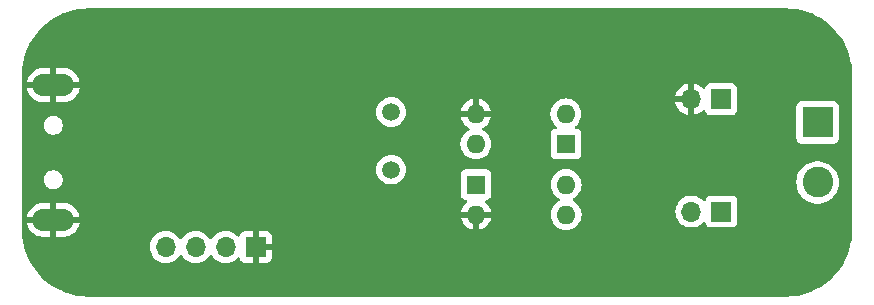
<source format=gbr>
%TF.GenerationSoftware,KiCad,Pcbnew,8.0.8*%
%TF.CreationDate,2025-03-23T20:37:34+01:00*%
%TF.ProjectId,USB-DALI,5553422d-4441-44c4-992e-6b696361645f,rev?*%
%TF.SameCoordinates,Original*%
%TF.FileFunction,Copper,L2,Bot*%
%TF.FilePolarity,Positive*%
%FSLAX46Y46*%
G04 Gerber Fmt 4.6, Leading zero omitted, Abs format (unit mm)*
G04 Created by KiCad (PCBNEW 8.0.8) date 2025-03-23 20:37:34*
%MOMM*%
%LPD*%
G01*
G04 APERTURE LIST*
%TA.AperFunction,ComponentPad*%
%ADD10R,1.700000X1.700000*%
%TD*%
%TA.AperFunction,ComponentPad*%
%ADD11O,1.700000X1.700000*%
%TD*%
%TA.AperFunction,ComponentPad*%
%ADD12R,1.600000X1.600000*%
%TD*%
%TA.AperFunction,ComponentPad*%
%ADD13O,1.600000X1.600000*%
%TD*%
%TA.AperFunction,ComponentPad*%
%ADD14C,1.500000*%
%TD*%
%TA.AperFunction,HeatsinkPad*%
%ADD15O,3.500000X1.900000*%
%TD*%
%TA.AperFunction,ComponentPad*%
%ADD16R,2.600000X2.600000*%
%TD*%
%TA.AperFunction,ComponentPad*%
%ADD17C,2.600000*%
%TD*%
%TA.AperFunction,ViaPad*%
%ADD18C,0.600000*%
%TD*%
%TA.AperFunction,Conductor*%
%ADD19C,0.200000*%
%TD*%
G04 APERTURE END LIST*
D10*
%TO.P,J4,1,Pin_1*%
%TO.N,/DALI+*%
X180345000Y-106025000D03*
D11*
%TO.P,J4,2,Pin_2*%
%TO.N,Net-(J4-Pin_2)*%
X177805000Y-106025000D03*
%TD*%
D12*
%TO.P,U3,1*%
%TO.N,Net-(D4-+)*%
X167180000Y-100300000D03*
D13*
%TO.P,U3,2*%
%TO.N,Net-(R12-Pad1)*%
X167180000Y-97760000D03*
%TO.P,U3,3*%
%TO.N,GND*%
X159560000Y-97760000D03*
%TO.P,U3,4*%
%TO.N,Net-(U1-PA3)*%
X159560000Y-100300000D03*
%TD*%
D14*
%TO.P,Y1,1,1*%
%TO.N,Net-(U1-PD0)*%
X152380000Y-102475000D03*
%TO.P,Y1,2,2*%
%TO.N,Net-(U1-PD1)*%
X152380000Y-97595000D03*
%TD*%
D15*
%TO.P,J1,5,Shield*%
%TO.N,GND*%
X123780000Y-106725000D03*
X123780000Y-95325000D03*
%TD*%
D12*
%TO.P,U2,1*%
%TO.N,Net-(R4-Pad1)*%
X159580000Y-103750000D03*
D13*
%TO.P,U2,2*%
%TO.N,GND*%
X159580000Y-106290000D03*
%TO.P,U2,3*%
%TO.N,Net-(R10-Pad2)*%
X167200000Y-106290000D03*
%TO.P,U2,4*%
%TO.N,Net-(D4-+)*%
X167200000Y-103750000D03*
%TD*%
D10*
%TO.P,J5,1,Pin_1*%
%TO.N,/DALI-*%
X180305000Y-96525000D03*
D11*
%TO.P,J5,2,Pin_2*%
%TO.N,GND*%
X177765000Y-96525000D03*
%TD*%
D16*
%TO.P,J3,1,Pin_1*%
%TO.N,/DALI-*%
X188500000Y-98480000D03*
D17*
%TO.P,J3,2,Pin_2*%
%TO.N,/DALI+*%
X188500000Y-103560000D03*
%TD*%
D10*
%TO.P,J2,1,Pin_1*%
%TO.N,GND*%
X140920000Y-109025000D03*
D11*
%TO.P,J2,2,Pin_2*%
%TO.N,Net-(J2-Pin_2)*%
X138380000Y-109025000D03*
%TO.P,J2,3,Pin_3*%
%TO.N,Net-(J2-Pin_3)*%
X135840000Y-109025000D03*
%TO.P,J2,4,Pin_4*%
%TO.N,+3.3V*%
X133300000Y-109025000D03*
%TD*%
D18*
%TO.N,GND*%
X154100000Y-91025000D03*
X142880000Y-106025000D03*
X137950000Y-101635000D03*
X132380000Y-104525000D03*
X126875000Y-90225000D03*
X138924290Y-96585249D03*
X160150000Y-110025000D03*
X143100000Y-109025000D03*
X134380000Y-105525000D03*
X143850000Y-98915001D03*
X151600000Y-107525000D03*
X142400000Y-102200000D03*
X155850000Y-96450000D03*
X149000000Y-98975000D03*
X149050000Y-105000000D03*
X125380000Y-109525000D03*
%TD*%
D19*
%TO.N,Net-(D4-+)*%
X167200000Y-100320000D02*
X167180000Y-100300000D01*
X167300000Y-99905000D02*
X167300000Y-100065000D01*
%TD*%
%TA.AperFunction,Conductor*%
%TO.N,GND*%
G36*
X185832443Y-88825596D02*
G01*
X186264482Y-88842570D01*
X186274152Y-88843331D01*
X186701122Y-88893867D01*
X186710726Y-88895388D01*
X187132419Y-88979268D01*
X187141850Y-88981532D01*
X187555652Y-89098236D01*
X187564886Y-89101236D01*
X187968266Y-89250051D01*
X187977262Y-89253777D01*
X188367706Y-89433774D01*
X188376369Y-89438189D01*
X188751484Y-89648264D01*
X188759786Y-89653351D01*
X189117253Y-89892202D01*
X189125130Y-89897925D01*
X189462759Y-90164092D01*
X189470162Y-90170415D01*
X189628014Y-90316331D01*
X189785872Y-90462254D01*
X189792751Y-90469133D01*
X190084584Y-90784837D01*
X190090907Y-90792240D01*
X190357074Y-91129869D01*
X190362797Y-91137746D01*
X190601648Y-91495213D01*
X190606735Y-91503515D01*
X190816810Y-91878630D01*
X190821231Y-91887305D01*
X191001222Y-92277738D01*
X191004948Y-92286733D01*
X191153759Y-92690100D01*
X191156767Y-92699361D01*
X191273462Y-93113132D01*
X191275735Y-93122599D01*
X191359610Y-93544267D01*
X191361133Y-93553883D01*
X191411666Y-93980828D01*
X191412430Y-93990535D01*
X191429404Y-94422556D01*
X191429500Y-94427424D01*
X191429500Y-107622575D01*
X191429404Y-107627443D01*
X191412430Y-108059464D01*
X191411666Y-108069171D01*
X191361133Y-108496116D01*
X191359610Y-108505732D01*
X191275735Y-108927400D01*
X191273462Y-108936867D01*
X191156767Y-109350638D01*
X191153759Y-109359899D01*
X191004948Y-109763266D01*
X191001222Y-109772261D01*
X190821231Y-110162694D01*
X190816810Y-110171369D01*
X190606735Y-110546484D01*
X190601648Y-110554786D01*
X190362797Y-110912253D01*
X190357074Y-110920130D01*
X190090907Y-111257759D01*
X190084584Y-111265162D01*
X189792751Y-111580866D01*
X189785866Y-111587751D01*
X189470162Y-111879584D01*
X189462759Y-111885907D01*
X189125130Y-112152074D01*
X189117253Y-112157797D01*
X188759786Y-112396648D01*
X188751484Y-112401735D01*
X188376369Y-112611810D01*
X188367694Y-112616231D01*
X187977261Y-112796222D01*
X187968266Y-112799948D01*
X187564899Y-112948759D01*
X187555638Y-112951767D01*
X187141867Y-113068462D01*
X187132400Y-113070735D01*
X186710732Y-113154610D01*
X186701116Y-113156133D01*
X186274171Y-113206666D01*
X186264464Y-113207430D01*
X185832443Y-113224404D01*
X185827575Y-113224500D01*
X126732425Y-113224500D01*
X126727557Y-113224404D01*
X126295535Y-113207430D01*
X126285828Y-113206666D01*
X125858883Y-113156133D01*
X125849267Y-113154610D01*
X125427599Y-113070735D01*
X125418132Y-113068462D01*
X125004361Y-112951767D01*
X124995100Y-112948759D01*
X124591733Y-112799948D01*
X124582738Y-112796222D01*
X124192305Y-112616231D01*
X124183630Y-112611810D01*
X123808515Y-112401735D01*
X123800213Y-112396648D01*
X123442746Y-112157797D01*
X123434869Y-112152074D01*
X123097240Y-111885907D01*
X123089837Y-111879584D01*
X122774133Y-111587751D01*
X122767254Y-111580872D01*
X122621331Y-111423014D01*
X122475415Y-111265162D01*
X122469092Y-111257759D01*
X122202925Y-110920130D01*
X122197202Y-110912253D01*
X121958351Y-110554786D01*
X121953264Y-110546484D01*
X121743189Y-110171369D01*
X121738774Y-110162706D01*
X121558777Y-109772261D01*
X121555051Y-109763266D01*
X121528592Y-109691546D01*
X121406236Y-109359886D01*
X121403236Y-109350652D01*
X121311393Y-109024999D01*
X131944341Y-109024999D01*
X131944341Y-109025000D01*
X131964936Y-109260403D01*
X131964938Y-109260413D01*
X132026094Y-109488655D01*
X132026096Y-109488659D01*
X132026097Y-109488663D01*
X132106004Y-109660023D01*
X132125965Y-109702830D01*
X132125967Y-109702834D01*
X132234281Y-109857521D01*
X132261505Y-109896401D01*
X132428599Y-110063495D01*
X132505135Y-110117086D01*
X132622165Y-110199032D01*
X132622167Y-110199033D01*
X132622170Y-110199035D01*
X132836337Y-110298903D01*
X133064592Y-110360063D01*
X133235319Y-110375000D01*
X133299999Y-110380659D01*
X133300000Y-110380659D01*
X133300001Y-110380659D01*
X133364681Y-110375000D01*
X133535408Y-110360063D01*
X133763663Y-110298903D01*
X133977830Y-110199035D01*
X134171401Y-110063495D01*
X134338495Y-109896401D01*
X134468425Y-109710842D01*
X134523002Y-109667217D01*
X134592500Y-109660023D01*
X134654855Y-109691546D01*
X134671575Y-109710842D01*
X134801500Y-109896395D01*
X134801505Y-109896401D01*
X134968599Y-110063495D01*
X135045135Y-110117086D01*
X135162165Y-110199032D01*
X135162167Y-110199033D01*
X135162170Y-110199035D01*
X135376337Y-110298903D01*
X135604592Y-110360063D01*
X135775319Y-110375000D01*
X135839999Y-110380659D01*
X135840000Y-110380659D01*
X135840001Y-110380659D01*
X135904681Y-110375000D01*
X136075408Y-110360063D01*
X136303663Y-110298903D01*
X136517830Y-110199035D01*
X136711401Y-110063495D01*
X136878495Y-109896401D01*
X137008425Y-109710842D01*
X137063002Y-109667217D01*
X137132500Y-109660023D01*
X137194855Y-109691546D01*
X137211575Y-109710842D01*
X137341500Y-109896395D01*
X137341505Y-109896401D01*
X137508599Y-110063495D01*
X137585135Y-110117086D01*
X137702165Y-110199032D01*
X137702167Y-110199033D01*
X137702170Y-110199035D01*
X137916337Y-110298903D01*
X138144592Y-110360063D01*
X138315319Y-110375000D01*
X138379999Y-110380659D01*
X138380000Y-110380659D01*
X138380001Y-110380659D01*
X138444681Y-110375000D01*
X138615408Y-110360063D01*
X138843663Y-110298903D01*
X139057830Y-110199035D01*
X139251401Y-110063495D01*
X139373717Y-109941178D01*
X139435036Y-109907696D01*
X139504728Y-109912680D01*
X139560662Y-109954551D01*
X139577577Y-109985528D01*
X139626646Y-110117088D01*
X139626649Y-110117093D01*
X139712809Y-110232187D01*
X139712812Y-110232190D01*
X139827906Y-110318350D01*
X139827913Y-110318354D01*
X139962620Y-110368596D01*
X139962627Y-110368598D01*
X140022155Y-110374999D01*
X140022172Y-110375000D01*
X140670000Y-110375000D01*
X140670000Y-109458012D01*
X140727007Y-109490925D01*
X140854174Y-109525000D01*
X140985826Y-109525000D01*
X141112993Y-109490925D01*
X141170000Y-109458012D01*
X141170000Y-110375000D01*
X141817828Y-110375000D01*
X141817844Y-110374999D01*
X141877372Y-110368598D01*
X141877379Y-110368596D01*
X142012086Y-110318354D01*
X142012093Y-110318350D01*
X142127187Y-110232190D01*
X142127190Y-110232187D01*
X142213350Y-110117093D01*
X142213354Y-110117086D01*
X142263596Y-109982379D01*
X142263598Y-109982372D01*
X142269999Y-109922844D01*
X142270000Y-109922827D01*
X142270000Y-109275000D01*
X141353012Y-109275000D01*
X141385925Y-109217993D01*
X141420000Y-109090826D01*
X141420000Y-108959174D01*
X141385925Y-108832007D01*
X141353012Y-108775000D01*
X142270000Y-108775000D01*
X142270000Y-108127172D01*
X142269999Y-108127155D01*
X142263598Y-108067627D01*
X142263596Y-108067620D01*
X142213354Y-107932913D01*
X142213350Y-107932906D01*
X142127190Y-107817812D01*
X142127187Y-107817809D01*
X142012093Y-107731649D01*
X142012086Y-107731645D01*
X141877379Y-107681403D01*
X141877372Y-107681401D01*
X141817844Y-107675000D01*
X141170000Y-107675000D01*
X141170000Y-108591988D01*
X141112993Y-108559075D01*
X140985826Y-108525000D01*
X140854174Y-108525000D01*
X140727007Y-108559075D01*
X140670000Y-108591988D01*
X140670000Y-107675000D01*
X140022155Y-107675000D01*
X139962627Y-107681401D01*
X139962620Y-107681403D01*
X139827913Y-107731645D01*
X139827906Y-107731649D01*
X139712812Y-107817809D01*
X139712809Y-107817812D01*
X139626649Y-107932906D01*
X139626645Y-107932913D01*
X139577578Y-108064470D01*
X139535707Y-108120404D01*
X139470242Y-108144821D01*
X139401969Y-108129969D01*
X139373715Y-108108819D01*
X139324360Y-108059464D01*
X139251401Y-107986505D01*
X139251397Y-107986502D01*
X139251396Y-107986501D01*
X139057834Y-107850967D01*
X139057830Y-107850965D01*
X138986727Y-107817809D01*
X138843663Y-107751097D01*
X138843659Y-107751096D01*
X138843655Y-107751094D01*
X138615413Y-107689938D01*
X138615403Y-107689936D01*
X138380001Y-107669341D01*
X138379999Y-107669341D01*
X138144596Y-107689936D01*
X138144586Y-107689938D01*
X137916344Y-107751094D01*
X137916335Y-107751098D01*
X137702171Y-107850964D01*
X137702169Y-107850965D01*
X137508597Y-107986505D01*
X137341505Y-108153597D01*
X137211575Y-108339158D01*
X137156998Y-108382783D01*
X137087500Y-108389977D01*
X137025145Y-108358454D01*
X137008425Y-108339158D01*
X136878494Y-108153597D01*
X136711402Y-107986506D01*
X136711395Y-107986501D01*
X136517834Y-107850967D01*
X136517830Y-107850965D01*
X136446727Y-107817809D01*
X136303663Y-107751097D01*
X136303659Y-107751096D01*
X136303655Y-107751094D01*
X136075413Y-107689938D01*
X136075403Y-107689936D01*
X135840001Y-107669341D01*
X135839999Y-107669341D01*
X135604596Y-107689936D01*
X135604586Y-107689938D01*
X135376344Y-107751094D01*
X135376335Y-107751098D01*
X135162171Y-107850964D01*
X135162169Y-107850965D01*
X134968597Y-107986505D01*
X134801505Y-108153597D01*
X134671575Y-108339158D01*
X134616998Y-108382783D01*
X134547500Y-108389977D01*
X134485145Y-108358454D01*
X134468425Y-108339158D01*
X134338494Y-108153597D01*
X134171402Y-107986506D01*
X134171395Y-107986501D01*
X133977834Y-107850967D01*
X133977830Y-107850965D01*
X133906727Y-107817809D01*
X133763663Y-107751097D01*
X133763659Y-107751096D01*
X133763655Y-107751094D01*
X133535413Y-107689938D01*
X133535403Y-107689936D01*
X133300001Y-107669341D01*
X133299999Y-107669341D01*
X133064596Y-107689936D01*
X133064586Y-107689938D01*
X132836344Y-107751094D01*
X132836335Y-107751098D01*
X132622171Y-107850964D01*
X132622169Y-107850965D01*
X132428597Y-107986505D01*
X132261505Y-108153597D01*
X132125965Y-108347169D01*
X132125964Y-108347171D01*
X132026098Y-108561335D01*
X132026094Y-108561344D01*
X131964938Y-108789586D01*
X131964936Y-108789596D01*
X131944341Y-109024999D01*
X121311393Y-109024999D01*
X121286532Y-108936850D01*
X121284268Y-108927419D01*
X121200388Y-108505726D01*
X121198866Y-108496116D01*
X121148331Y-108069152D01*
X121147570Y-108059482D01*
X121130596Y-107627443D01*
X121130500Y-107622575D01*
X121130500Y-106475000D01*
X121551522Y-106475000D01*
X122604722Y-106475000D01*
X122560667Y-106551306D01*
X122530000Y-106665756D01*
X122530000Y-106784244D01*
X122560667Y-106898694D01*
X122604722Y-106975000D01*
X121551522Y-106975000D01*
X121565704Y-107064544D01*
X121636230Y-107281604D01*
X121739849Y-107484966D01*
X121874004Y-107669614D01*
X122035385Y-107830995D01*
X122220033Y-107965150D01*
X122423395Y-108068769D01*
X122640455Y-108139295D01*
X122865884Y-108175000D01*
X123530000Y-108175000D01*
X123530000Y-107175000D01*
X124030000Y-107175000D01*
X124030000Y-108175000D01*
X124694116Y-108175000D01*
X124919544Y-108139295D01*
X125136604Y-108068769D01*
X125339966Y-107965150D01*
X125524614Y-107830995D01*
X125685995Y-107669614D01*
X125820150Y-107484966D01*
X125923769Y-107281604D01*
X125994295Y-107064544D01*
X126008478Y-106975000D01*
X124955278Y-106975000D01*
X124999333Y-106898694D01*
X125030000Y-106784244D01*
X125030000Y-106665756D01*
X124999333Y-106551306D01*
X124955278Y-106475000D01*
X126008478Y-106475000D01*
X125994295Y-106385455D01*
X125923769Y-106168395D01*
X125820150Y-105965033D01*
X125685995Y-105780385D01*
X125524614Y-105619004D01*
X125339966Y-105484849D01*
X125136604Y-105381230D01*
X124919544Y-105310704D01*
X124694116Y-105275000D01*
X124030000Y-105275000D01*
X124030000Y-106275000D01*
X123530000Y-106275000D01*
X123530000Y-105275000D01*
X122865884Y-105275000D01*
X122640455Y-105310704D01*
X122423395Y-105381230D01*
X122220033Y-105484849D01*
X122035385Y-105619004D01*
X121874004Y-105780385D01*
X121739849Y-105965033D01*
X121636230Y-106168395D01*
X121565704Y-106385455D01*
X121551522Y-106475000D01*
X121130500Y-106475000D01*
X121130500Y-103246153D01*
X122979500Y-103246153D01*
X122979500Y-103403846D01*
X123010261Y-103558489D01*
X123010264Y-103558501D01*
X123070602Y-103704172D01*
X123070609Y-103704185D01*
X123158210Y-103835288D01*
X123158213Y-103835292D01*
X123269707Y-103946786D01*
X123269711Y-103946789D01*
X123400814Y-104034390D01*
X123400827Y-104034397D01*
X123540349Y-104092188D01*
X123546503Y-104094737D01*
X123701153Y-104125499D01*
X123701156Y-104125500D01*
X123701158Y-104125500D01*
X123858844Y-104125500D01*
X123858845Y-104125499D01*
X124013497Y-104094737D01*
X124159179Y-104034394D01*
X124290289Y-103946789D01*
X124401789Y-103835289D01*
X124489394Y-103704179D01*
X124549737Y-103558497D01*
X124580500Y-103403842D01*
X124580500Y-103246158D01*
X124580500Y-103246155D01*
X124580499Y-103246153D01*
X124551952Y-103102638D01*
X124549737Y-103091503D01*
X124523352Y-103027804D01*
X124489397Y-102945827D01*
X124489390Y-102945814D01*
X124401789Y-102814711D01*
X124401786Y-102814707D01*
X124290292Y-102703213D01*
X124290288Y-102703210D01*
X124159185Y-102615609D01*
X124159172Y-102615602D01*
X124013501Y-102555264D01*
X124013489Y-102555261D01*
X123858845Y-102524500D01*
X123858842Y-102524500D01*
X123701158Y-102524500D01*
X123701155Y-102524500D01*
X123546510Y-102555261D01*
X123546498Y-102555264D01*
X123400827Y-102615602D01*
X123400814Y-102615609D01*
X123269711Y-102703210D01*
X123269707Y-102703213D01*
X123158213Y-102814707D01*
X123158210Y-102814711D01*
X123070609Y-102945814D01*
X123070602Y-102945827D01*
X123010264Y-103091498D01*
X123010261Y-103091510D01*
X122979500Y-103246153D01*
X121130500Y-103246153D01*
X121130500Y-102474997D01*
X151124723Y-102474997D01*
X151124723Y-102475002D01*
X151143793Y-102692975D01*
X151143793Y-102692979D01*
X151200422Y-102904322D01*
X151200424Y-102904326D01*
X151200425Y-102904330D01*
X151246661Y-103003484D01*
X151292897Y-103102638D01*
X151292898Y-103102639D01*
X151418402Y-103281877D01*
X151573123Y-103436598D01*
X151752361Y-103562102D01*
X151950670Y-103654575D01*
X152162023Y-103711207D01*
X152344926Y-103727208D01*
X152379998Y-103730277D01*
X152380000Y-103730277D01*
X152380002Y-103730277D01*
X152408254Y-103727805D01*
X152597977Y-103711207D01*
X152809330Y-103654575D01*
X153007639Y-103562102D01*
X153186877Y-103436598D01*
X153341598Y-103281877D01*
X153467102Y-103102639D01*
X153559575Y-102904330D01*
X153560163Y-102902135D01*
X158279500Y-102902135D01*
X158279500Y-104597870D01*
X158279501Y-104597876D01*
X158285908Y-104657483D01*
X158336202Y-104792328D01*
X158336206Y-104792335D01*
X158422452Y-104907544D01*
X158422455Y-104907547D01*
X158537664Y-104993793D01*
X158537671Y-104993797D01*
X158672513Y-105044090D01*
X158672514Y-105044090D01*
X158672517Y-105044091D01*
X158708353Y-105047944D01*
X158772901Y-105074679D01*
X158812751Y-105132070D01*
X158815246Y-105201896D01*
X158779595Y-105261985D01*
X158766223Y-105272805D01*
X158741182Y-105290339D01*
X158580342Y-105451179D01*
X158449865Y-105637517D01*
X158353734Y-105843673D01*
X158353730Y-105843682D01*
X158301127Y-106039999D01*
X158301128Y-106040000D01*
X159264314Y-106040000D01*
X159259920Y-106044394D01*
X159207259Y-106135606D01*
X159180000Y-106237339D01*
X159180000Y-106342661D01*
X159207259Y-106444394D01*
X159259920Y-106535606D01*
X159264314Y-106540000D01*
X158301128Y-106540000D01*
X158353730Y-106736317D01*
X158353734Y-106736326D01*
X158449865Y-106942482D01*
X158580342Y-107128820D01*
X158741179Y-107289657D01*
X158927517Y-107420134D01*
X159133673Y-107516265D01*
X159133682Y-107516269D01*
X159329999Y-107568872D01*
X159330000Y-107568871D01*
X159330000Y-106605686D01*
X159334394Y-106610080D01*
X159425606Y-106662741D01*
X159527339Y-106690000D01*
X159632661Y-106690000D01*
X159734394Y-106662741D01*
X159825606Y-106610080D01*
X159830000Y-106605686D01*
X159830000Y-107568872D01*
X160026317Y-107516269D01*
X160026326Y-107516265D01*
X160232482Y-107420134D01*
X160418820Y-107289657D01*
X160579657Y-107128820D01*
X160710134Y-106942482D01*
X160806265Y-106736326D01*
X160806269Y-106736317D01*
X160858872Y-106540000D01*
X159895686Y-106540000D01*
X159900080Y-106535606D01*
X159952741Y-106444394D01*
X159980000Y-106342661D01*
X159980000Y-106237339D01*
X159952741Y-106135606D01*
X159900080Y-106044394D01*
X159895686Y-106040000D01*
X160858872Y-106040000D01*
X160858872Y-106039999D01*
X160806269Y-105843682D01*
X160806265Y-105843673D01*
X160710134Y-105637517D01*
X160579657Y-105451179D01*
X160418820Y-105290342D01*
X160393779Y-105272808D01*
X160350154Y-105218230D01*
X160342962Y-105148732D01*
X160374484Y-105086377D01*
X160434714Y-105050964D01*
X160451650Y-105047943D01*
X160487483Y-105044091D01*
X160622328Y-104993797D01*
X160622327Y-104993797D01*
X160622331Y-104993796D01*
X160737546Y-104907546D01*
X160823796Y-104792331D01*
X160874091Y-104657483D01*
X160880500Y-104597873D01*
X160880499Y-103749998D01*
X165894532Y-103749998D01*
X165894532Y-103750001D01*
X165914364Y-103976686D01*
X165914366Y-103976697D01*
X165973258Y-104196488D01*
X165973261Y-104196497D01*
X166069431Y-104402732D01*
X166069432Y-104402734D01*
X166199954Y-104589141D01*
X166360858Y-104750045D01*
X166362362Y-104751098D01*
X166547266Y-104880568D01*
X166605275Y-104907618D01*
X166657714Y-104953791D01*
X166676866Y-105020984D01*
X166656650Y-105087865D01*
X166605275Y-105132382D01*
X166547267Y-105159431D01*
X166547265Y-105159432D01*
X166360858Y-105289954D01*
X166199954Y-105450858D01*
X166069432Y-105637265D01*
X166069431Y-105637267D01*
X165973261Y-105843502D01*
X165973258Y-105843511D01*
X165914366Y-106063302D01*
X165914364Y-106063313D01*
X165894532Y-106289998D01*
X165894532Y-106290001D01*
X165914364Y-106516686D01*
X165914366Y-106516697D01*
X165973258Y-106736488D01*
X165973261Y-106736497D01*
X166069431Y-106942732D01*
X166069432Y-106942734D01*
X166199954Y-107129141D01*
X166360858Y-107290045D01*
X166360861Y-107290047D01*
X166547266Y-107420568D01*
X166753504Y-107516739D01*
X166973308Y-107575635D01*
X167135230Y-107589801D01*
X167199998Y-107595468D01*
X167200000Y-107595468D01*
X167200002Y-107595468D01*
X167256673Y-107590509D01*
X167426692Y-107575635D01*
X167646496Y-107516739D01*
X167852734Y-107420568D01*
X168039139Y-107290047D01*
X168200047Y-107129139D01*
X168330568Y-106942734D01*
X168426739Y-106736496D01*
X168485635Y-106516692D01*
X168505468Y-106290000D01*
X168502879Y-106260413D01*
X168485635Y-106063313D01*
X168485635Y-106063308D01*
X168475370Y-106024999D01*
X176449341Y-106024999D01*
X176449341Y-106025000D01*
X176469936Y-106260403D01*
X176469938Y-106260413D01*
X176531094Y-106488655D01*
X176531096Y-106488659D01*
X176531097Y-106488663D01*
X176544170Y-106516697D01*
X176630965Y-106702830D01*
X176630967Y-106702834D01*
X176739281Y-106857521D01*
X176766505Y-106896401D01*
X176933599Y-107063495D01*
X177026893Y-107128820D01*
X177127165Y-107199032D01*
X177127167Y-107199033D01*
X177127170Y-107199035D01*
X177341337Y-107298903D01*
X177569592Y-107360063D01*
X177746034Y-107375500D01*
X177804999Y-107380659D01*
X177805000Y-107380659D01*
X177805001Y-107380659D01*
X177863966Y-107375500D01*
X178040408Y-107360063D01*
X178268663Y-107298903D01*
X178482830Y-107199035D01*
X178676401Y-107063495D01*
X178798329Y-106941566D01*
X178859648Y-106908084D01*
X178929340Y-106913068D01*
X178985274Y-106954939D01*
X179002189Y-106985917D01*
X179051202Y-107117328D01*
X179051206Y-107117335D01*
X179137452Y-107232544D01*
X179137455Y-107232547D01*
X179252664Y-107318793D01*
X179252671Y-107318797D01*
X179387517Y-107369091D01*
X179387516Y-107369091D01*
X179394444Y-107369835D01*
X179447127Y-107375500D01*
X181242872Y-107375499D01*
X181302483Y-107369091D01*
X181437331Y-107318796D01*
X181552546Y-107232546D01*
X181638796Y-107117331D01*
X181689091Y-106982483D01*
X181695500Y-106922873D01*
X181695499Y-105127128D01*
X181689091Y-105067517D01*
X181687810Y-105064083D01*
X181638797Y-104932671D01*
X181638793Y-104932664D01*
X181552547Y-104817455D01*
X181552544Y-104817452D01*
X181437335Y-104731206D01*
X181437328Y-104731202D01*
X181302482Y-104680908D01*
X181302483Y-104680908D01*
X181242883Y-104674501D01*
X181242881Y-104674500D01*
X181242873Y-104674500D01*
X181242864Y-104674500D01*
X179447129Y-104674500D01*
X179447123Y-104674501D01*
X179387516Y-104680908D01*
X179252671Y-104731202D01*
X179252664Y-104731206D01*
X179137455Y-104817452D01*
X179137452Y-104817455D01*
X179051206Y-104932664D01*
X179051203Y-104932669D01*
X179002189Y-105064083D01*
X178960317Y-105120016D01*
X178894853Y-105144433D01*
X178826580Y-105129581D01*
X178798326Y-105108430D01*
X178676402Y-104986506D01*
X178676395Y-104986501D01*
X178482834Y-104850967D01*
X178482830Y-104850965D01*
X178482828Y-104850964D01*
X178268663Y-104751097D01*
X178268659Y-104751096D01*
X178268655Y-104751094D01*
X178040413Y-104689938D01*
X178040403Y-104689936D01*
X177805001Y-104669341D01*
X177804999Y-104669341D01*
X177569596Y-104689936D01*
X177569586Y-104689938D01*
X177341344Y-104751094D01*
X177341335Y-104751098D01*
X177127171Y-104850964D01*
X177127169Y-104850965D01*
X176933597Y-104986505D01*
X176766505Y-105153597D01*
X176630965Y-105347169D01*
X176630964Y-105347171D01*
X176531098Y-105561335D01*
X176531094Y-105561344D01*
X176469938Y-105789586D01*
X176469936Y-105789596D01*
X176449341Y-106024999D01*
X168475370Y-106024999D01*
X168426739Y-105843504D01*
X168330568Y-105637266D01*
X168200047Y-105450861D01*
X168200045Y-105450858D01*
X168039141Y-105289954D01*
X167852734Y-105159432D01*
X167852728Y-105159429D01*
X167794725Y-105132382D01*
X167742285Y-105086210D01*
X167723133Y-105019017D01*
X167743348Y-104952135D01*
X167794725Y-104907618D01*
X167852734Y-104880568D01*
X168039139Y-104750047D01*
X168200047Y-104589139D01*
X168330568Y-104402734D01*
X168426739Y-104196496D01*
X168485635Y-103976692D01*
X168505468Y-103750000D01*
X168503742Y-103730277D01*
X168499801Y-103685230D01*
X168488845Y-103559995D01*
X186694451Y-103559995D01*
X186694451Y-103560004D01*
X186714616Y-103829101D01*
X186774664Y-104092188D01*
X186774666Y-104092195D01*
X186815601Y-104196496D01*
X186873257Y-104343398D01*
X187008185Y-104577102D01*
X187098169Y-104689938D01*
X187176442Y-104788089D01*
X187332266Y-104932671D01*
X187374259Y-104971635D01*
X187597226Y-105123651D01*
X187840359Y-105240738D01*
X188098228Y-105320280D01*
X188098229Y-105320280D01*
X188098232Y-105320281D01*
X188365063Y-105360499D01*
X188365068Y-105360499D01*
X188365071Y-105360500D01*
X188365072Y-105360500D01*
X188634928Y-105360500D01*
X188634929Y-105360500D01*
X188634936Y-105360499D01*
X188901767Y-105320281D01*
X188901768Y-105320280D01*
X188901772Y-105320280D01*
X189159641Y-105240738D01*
X189395557Y-105127127D01*
X189402767Y-105123655D01*
X189402767Y-105123654D01*
X189402775Y-105123651D01*
X189625741Y-104971635D01*
X189823561Y-104788085D01*
X189991815Y-104577102D01*
X190126743Y-104343398D01*
X190225334Y-104092195D01*
X190285383Y-103829103D01*
X190298462Y-103654573D01*
X190305549Y-103560004D01*
X190305549Y-103559995D01*
X190285383Y-103290898D01*
X190283324Y-103281877D01*
X190225334Y-103027805D01*
X190126743Y-102776602D01*
X189991815Y-102542898D01*
X189823561Y-102331915D01*
X189823560Y-102331914D01*
X189823557Y-102331910D01*
X189625741Y-102148365D01*
X189402775Y-101996349D01*
X189402769Y-101996346D01*
X189402768Y-101996345D01*
X189402767Y-101996344D01*
X189159643Y-101879263D01*
X189159645Y-101879263D01*
X188901773Y-101799720D01*
X188901767Y-101799718D01*
X188634936Y-101759500D01*
X188634929Y-101759500D01*
X188365071Y-101759500D01*
X188365063Y-101759500D01*
X188098232Y-101799718D01*
X188098226Y-101799720D01*
X187840358Y-101879262D01*
X187597230Y-101996346D01*
X187374258Y-102148365D01*
X187176442Y-102331910D01*
X187008185Y-102542898D01*
X186873258Y-102776599D01*
X186873256Y-102776603D01*
X186774666Y-103027804D01*
X186774664Y-103027811D01*
X186714616Y-103290898D01*
X186694451Y-103559995D01*
X168488845Y-103559995D01*
X168485635Y-103523308D01*
X168426739Y-103303504D01*
X168330568Y-103097266D01*
X168200047Y-102910861D01*
X168200045Y-102910858D01*
X168039141Y-102749954D01*
X167852734Y-102619432D01*
X167852732Y-102619431D01*
X167646497Y-102523261D01*
X167646488Y-102523258D01*
X167426697Y-102464366D01*
X167426693Y-102464365D01*
X167426692Y-102464365D01*
X167426691Y-102464364D01*
X167426686Y-102464364D01*
X167200002Y-102444532D01*
X167199998Y-102444532D01*
X166973313Y-102464364D01*
X166973302Y-102464366D01*
X166753511Y-102523258D01*
X166753502Y-102523261D01*
X166547267Y-102619431D01*
X166547265Y-102619432D01*
X166360858Y-102749954D01*
X166199954Y-102910858D01*
X166069432Y-103097265D01*
X166069431Y-103097267D01*
X165973261Y-103303502D01*
X165973258Y-103303511D01*
X165914366Y-103523302D01*
X165914364Y-103523313D01*
X165894532Y-103749998D01*
X160880499Y-103749998D01*
X160880499Y-102902128D01*
X160874091Y-102842517D01*
X160849506Y-102776602D01*
X160823797Y-102707671D01*
X160823793Y-102707664D01*
X160737547Y-102592455D01*
X160737544Y-102592452D01*
X160622335Y-102506206D01*
X160622328Y-102506202D01*
X160487482Y-102455908D01*
X160487483Y-102455908D01*
X160427883Y-102449501D01*
X160427881Y-102449500D01*
X160427873Y-102449500D01*
X160427864Y-102449500D01*
X158732129Y-102449500D01*
X158732123Y-102449501D01*
X158672516Y-102455908D01*
X158537671Y-102506202D01*
X158537664Y-102506206D01*
X158422455Y-102592452D01*
X158422452Y-102592455D01*
X158336206Y-102707664D01*
X158336202Y-102707671D01*
X158285908Y-102842517D01*
X158279501Y-102902116D01*
X158279501Y-102902123D01*
X158279500Y-102902135D01*
X153560163Y-102902135D01*
X153616207Y-102692977D01*
X153635277Y-102475000D01*
X153634346Y-102464364D01*
X153631569Y-102432618D01*
X153616207Y-102257023D01*
X153559575Y-102045670D01*
X153467102Y-101847362D01*
X153467100Y-101847359D01*
X153467099Y-101847357D01*
X153341599Y-101668124D01*
X153267566Y-101594091D01*
X153186877Y-101513402D01*
X153007639Y-101387898D01*
X153007640Y-101387898D01*
X153007638Y-101387897D01*
X152908484Y-101341661D01*
X152809330Y-101295425D01*
X152809326Y-101295424D01*
X152809322Y-101295422D01*
X152597977Y-101238793D01*
X152380002Y-101219723D01*
X152379998Y-101219723D01*
X152234682Y-101232436D01*
X152162023Y-101238793D01*
X152162020Y-101238793D01*
X151950677Y-101295422D01*
X151950670Y-101295424D01*
X151950670Y-101295425D01*
X151940758Y-101300047D01*
X151752361Y-101387898D01*
X151752357Y-101387900D01*
X151573121Y-101513402D01*
X151418402Y-101668121D01*
X151292900Y-101847357D01*
X151292898Y-101847361D01*
X151200426Y-102045668D01*
X151200422Y-102045677D01*
X151143793Y-102257020D01*
X151143793Y-102257024D01*
X151124723Y-102474997D01*
X121130500Y-102474997D01*
X121130500Y-100299998D01*
X158254532Y-100299998D01*
X158254532Y-100300001D01*
X158274364Y-100526686D01*
X158274366Y-100526697D01*
X158333258Y-100746488D01*
X158333261Y-100746497D01*
X158429431Y-100952732D01*
X158429432Y-100952734D01*
X158559954Y-101139141D01*
X158720858Y-101300045D01*
X158720861Y-101300047D01*
X158907266Y-101430568D01*
X159113504Y-101526739D01*
X159333308Y-101585635D01*
X159495230Y-101599801D01*
X159559998Y-101605468D01*
X159560000Y-101605468D01*
X159560002Y-101605468D01*
X159616807Y-101600498D01*
X159786692Y-101585635D01*
X160006496Y-101526739D01*
X160212734Y-101430568D01*
X160399139Y-101300047D01*
X160560047Y-101139139D01*
X160690568Y-100952734D01*
X160786739Y-100746496D01*
X160845635Y-100526692D01*
X160865468Y-100300000D01*
X160845635Y-100073308D01*
X160786739Y-99853504D01*
X160690568Y-99647266D01*
X160560047Y-99460861D01*
X160560045Y-99460858D01*
X160399141Y-99299954D01*
X160212734Y-99169432D01*
X160212732Y-99169431D01*
X160201275Y-99164088D01*
X160154132Y-99142105D01*
X160101694Y-99095934D01*
X160082542Y-99028740D01*
X160102758Y-98961859D01*
X160154134Y-98917341D01*
X160212484Y-98890132D01*
X160398820Y-98759657D01*
X160559657Y-98598820D01*
X160690134Y-98412482D01*
X160786265Y-98206326D01*
X160786269Y-98206317D01*
X160838872Y-98010000D01*
X159875686Y-98010000D01*
X159880080Y-98005606D01*
X159932741Y-97914394D01*
X159960000Y-97812661D01*
X159960000Y-97759998D01*
X165874532Y-97759998D01*
X165874532Y-97760001D01*
X165894364Y-97986686D01*
X165894366Y-97986697D01*
X165953258Y-98206488D01*
X165953261Y-98206497D01*
X166049431Y-98412732D01*
X166049432Y-98412734D01*
X166179954Y-98599141D01*
X166340858Y-98760045D01*
X166365462Y-98777273D01*
X166409087Y-98831849D01*
X166416281Y-98901348D01*
X166384758Y-98963703D01*
X166324529Y-98999117D01*
X166307593Y-99002138D01*
X166272516Y-99005908D01*
X166137671Y-99056202D01*
X166137664Y-99056206D01*
X166022455Y-99142452D01*
X166022452Y-99142455D01*
X165936206Y-99257664D01*
X165936202Y-99257671D01*
X165885908Y-99392517D01*
X165881406Y-99434397D01*
X165879501Y-99452123D01*
X165879500Y-99452135D01*
X165879500Y-101147870D01*
X165879501Y-101147876D01*
X165885908Y-101207483D01*
X165936202Y-101342328D01*
X165936206Y-101342335D01*
X166022452Y-101457544D01*
X166022455Y-101457547D01*
X166137664Y-101543793D01*
X166137671Y-101543797D01*
X166272517Y-101594091D01*
X166272516Y-101594091D01*
X166279444Y-101594835D01*
X166332127Y-101600500D01*
X168027872Y-101600499D01*
X168087483Y-101594091D01*
X168222331Y-101543796D01*
X168337546Y-101457546D01*
X168423796Y-101342331D01*
X168474091Y-101207483D01*
X168480500Y-101147873D01*
X168480499Y-99452128D01*
X168474091Y-99392517D01*
X168457034Y-99346786D01*
X168423797Y-99257671D01*
X168423793Y-99257664D01*
X168337547Y-99142455D01*
X168337544Y-99142452D01*
X168222335Y-99056206D01*
X168222328Y-99056202D01*
X168087482Y-99005908D01*
X168087483Y-99005908D01*
X168052404Y-99002137D01*
X167987853Y-98975399D01*
X167948005Y-98918006D01*
X167945512Y-98848181D01*
X167981165Y-98788092D01*
X167994539Y-98777272D01*
X168019140Y-98760046D01*
X168180045Y-98599141D01*
X168180047Y-98599139D01*
X168310568Y-98412734D01*
X168406739Y-98206496D01*
X168465635Y-97986692D01*
X168485468Y-97760000D01*
X168465635Y-97533308D01*
X168406739Y-97313504D01*
X168310568Y-97107266D01*
X168191816Y-96937669D01*
X168180045Y-96920858D01*
X168019141Y-96759954D01*
X167832734Y-96629432D01*
X167832732Y-96629431D01*
X167626497Y-96533261D01*
X167626488Y-96533258D01*
X167406697Y-96474366D01*
X167406693Y-96474365D01*
X167406692Y-96474365D01*
X167406691Y-96474364D01*
X167406686Y-96474364D01*
X167180002Y-96454532D01*
X167179998Y-96454532D01*
X166953313Y-96474364D01*
X166953302Y-96474366D01*
X166733511Y-96533258D01*
X166733502Y-96533261D01*
X166527267Y-96629431D01*
X166527265Y-96629432D01*
X166340858Y-96759954D01*
X166179954Y-96920858D01*
X166049432Y-97107265D01*
X166049431Y-97107267D01*
X165953261Y-97313502D01*
X165953258Y-97313511D01*
X165894366Y-97533302D01*
X165894364Y-97533313D01*
X165874532Y-97759998D01*
X159960000Y-97759998D01*
X159960000Y-97707339D01*
X159932741Y-97605606D01*
X159880080Y-97514394D01*
X159875686Y-97510000D01*
X160838872Y-97510000D01*
X160838872Y-97509999D01*
X160786269Y-97313682D01*
X160786265Y-97313673D01*
X160690134Y-97107517D01*
X160559657Y-96921179D01*
X160398820Y-96760342D01*
X160212482Y-96629865D01*
X160006328Y-96533734D01*
X159810000Y-96481127D01*
X159810000Y-97444314D01*
X159805606Y-97439920D01*
X159714394Y-97387259D01*
X159612661Y-97360000D01*
X159507339Y-97360000D01*
X159405606Y-97387259D01*
X159314394Y-97439920D01*
X159310000Y-97444314D01*
X159310000Y-96481127D01*
X159113671Y-96533734D01*
X158907517Y-96629865D01*
X158721179Y-96760342D01*
X158560342Y-96921179D01*
X158429865Y-97107517D01*
X158333734Y-97313673D01*
X158333730Y-97313682D01*
X158281127Y-97509999D01*
X158281128Y-97510000D01*
X159244314Y-97510000D01*
X159239920Y-97514394D01*
X159187259Y-97605606D01*
X159160000Y-97707339D01*
X159160000Y-97812661D01*
X159187259Y-97914394D01*
X159239920Y-98005606D01*
X159244314Y-98010000D01*
X158281128Y-98010000D01*
X158333730Y-98206317D01*
X158333734Y-98206326D01*
X158429865Y-98412482D01*
X158560342Y-98598820D01*
X158721179Y-98759657D01*
X158907518Y-98890134D01*
X158907520Y-98890135D01*
X158965865Y-98917342D01*
X159018305Y-98963514D01*
X159037457Y-99030707D01*
X159017242Y-99097589D01*
X158965867Y-99142105D01*
X158907268Y-99169431D01*
X158907264Y-99169433D01*
X158720858Y-99299954D01*
X158559954Y-99460858D01*
X158429432Y-99647265D01*
X158429431Y-99647267D01*
X158333261Y-99853502D01*
X158333258Y-99853511D01*
X158274366Y-100073302D01*
X158274364Y-100073313D01*
X158254532Y-100299998D01*
X121130500Y-100299998D01*
X121130500Y-98646153D01*
X122979500Y-98646153D01*
X122979500Y-98803846D01*
X123010261Y-98958489D01*
X123010264Y-98958501D01*
X123070602Y-99104172D01*
X123070609Y-99104185D01*
X123158210Y-99235288D01*
X123158213Y-99235292D01*
X123269707Y-99346786D01*
X123269711Y-99346789D01*
X123400814Y-99434390D01*
X123400827Y-99434397D01*
X123464718Y-99460861D01*
X123546503Y-99494737D01*
X123701153Y-99525499D01*
X123701156Y-99525500D01*
X123701158Y-99525500D01*
X123858844Y-99525500D01*
X123858845Y-99525499D01*
X124013497Y-99494737D01*
X124159179Y-99434394D01*
X124290289Y-99346789D01*
X124401789Y-99235289D01*
X124489394Y-99104179D01*
X124549737Y-98958497D01*
X124580500Y-98803842D01*
X124580500Y-98646158D01*
X124580500Y-98646155D01*
X124580499Y-98646153D01*
X124549738Y-98491510D01*
X124549737Y-98491503D01*
X124517110Y-98412734D01*
X124489397Y-98345827D01*
X124489390Y-98345814D01*
X124401789Y-98214711D01*
X124401786Y-98214707D01*
X124290292Y-98103213D01*
X124290288Y-98103210D01*
X124159185Y-98015609D01*
X124159172Y-98015602D01*
X124013501Y-97955264D01*
X124013489Y-97955261D01*
X123858845Y-97924500D01*
X123858842Y-97924500D01*
X123701158Y-97924500D01*
X123701155Y-97924500D01*
X123546510Y-97955261D01*
X123546498Y-97955264D01*
X123400827Y-98015602D01*
X123400814Y-98015609D01*
X123269711Y-98103210D01*
X123269707Y-98103213D01*
X123158213Y-98214707D01*
X123158210Y-98214711D01*
X123070609Y-98345814D01*
X123070602Y-98345827D01*
X123010264Y-98491498D01*
X123010261Y-98491510D01*
X122979500Y-98646153D01*
X121130500Y-98646153D01*
X121130500Y-97595000D01*
X151124723Y-97595000D01*
X151143765Y-97812661D01*
X151143793Y-97812975D01*
X151143793Y-97812979D01*
X151200422Y-98024322D01*
X151200424Y-98024326D01*
X151200425Y-98024330D01*
X151226422Y-98080080D01*
X151292897Y-98222638D01*
X151292898Y-98222639D01*
X151418402Y-98401877D01*
X151573123Y-98556598D01*
X151752361Y-98682102D01*
X151950670Y-98774575D01*
X152162023Y-98831207D01*
X152344926Y-98847208D01*
X152379998Y-98850277D01*
X152380000Y-98850277D01*
X152380002Y-98850277D01*
X152408254Y-98847805D01*
X152597977Y-98831207D01*
X152809330Y-98774575D01*
X153007639Y-98682102D01*
X153186877Y-98556598D01*
X153341598Y-98401877D01*
X153467102Y-98222639D01*
X153559575Y-98024330D01*
X153616207Y-97812977D01*
X153635277Y-97595000D01*
X153616207Y-97377023D01*
X153581548Y-97247675D01*
X153559577Y-97165677D01*
X153559576Y-97165676D01*
X153559575Y-97165670D01*
X153467102Y-96967362D01*
X153467100Y-96967359D01*
X153467099Y-96967357D01*
X153341599Y-96788124D01*
X153271468Y-96717993D01*
X153186877Y-96633402D01*
X153007639Y-96507898D01*
X153007640Y-96507898D01*
X153007638Y-96507897D01*
X152893195Y-96454532D01*
X152809330Y-96415425D01*
X152809326Y-96415424D01*
X152809322Y-96415422D01*
X152597977Y-96358793D01*
X152380002Y-96339723D01*
X152379998Y-96339723D01*
X152234682Y-96352436D01*
X152162023Y-96358793D01*
X152162020Y-96358793D01*
X151950677Y-96415422D01*
X151950668Y-96415426D01*
X151752361Y-96507898D01*
X151752357Y-96507900D01*
X151573121Y-96633402D01*
X151418402Y-96788121D01*
X151292900Y-96967357D01*
X151292898Y-96967361D01*
X151200426Y-97165668D01*
X151200422Y-97165677D01*
X151143793Y-97377020D01*
X151143793Y-97377023D01*
X151124723Y-97595000D01*
X121130500Y-97595000D01*
X121130500Y-95075000D01*
X121551522Y-95075000D01*
X122604722Y-95075000D01*
X122560667Y-95151306D01*
X122530000Y-95265756D01*
X122530000Y-95384244D01*
X122560667Y-95498694D01*
X122604722Y-95575000D01*
X121551522Y-95575000D01*
X121565704Y-95664544D01*
X121636230Y-95881604D01*
X121739849Y-96084966D01*
X121874004Y-96269614D01*
X122035385Y-96430995D01*
X122220033Y-96565150D01*
X122423395Y-96668769D01*
X122640455Y-96739295D01*
X122865884Y-96775000D01*
X123530000Y-96775000D01*
X123530000Y-95775000D01*
X124030000Y-95775000D01*
X124030000Y-96775000D01*
X124694116Y-96775000D01*
X124919544Y-96739295D01*
X125136604Y-96668769D01*
X125339966Y-96565150D01*
X125524614Y-96430995D01*
X125680610Y-96274999D01*
X176434364Y-96274999D01*
X176434364Y-96275000D01*
X177331988Y-96275000D01*
X177299075Y-96332007D01*
X177265000Y-96459174D01*
X177265000Y-96590826D01*
X177299075Y-96717993D01*
X177331988Y-96775000D01*
X176434364Y-96775000D01*
X176491567Y-96988486D01*
X176491570Y-96988492D01*
X176591399Y-97202578D01*
X176726894Y-97396082D01*
X176893917Y-97563105D01*
X177087421Y-97698600D01*
X177301507Y-97798429D01*
X177301516Y-97798433D01*
X177515000Y-97855634D01*
X177515000Y-96958012D01*
X177572007Y-96990925D01*
X177699174Y-97025000D01*
X177830826Y-97025000D01*
X177957993Y-96990925D01*
X178015000Y-96958012D01*
X178015000Y-97855633D01*
X178228483Y-97798433D01*
X178228492Y-97798429D01*
X178442578Y-97698600D01*
X178636078Y-97563108D01*
X178758133Y-97441053D01*
X178819456Y-97407568D01*
X178889148Y-97412552D01*
X178945082Y-97454423D01*
X178961997Y-97485401D01*
X179011202Y-97617328D01*
X179011206Y-97617335D01*
X179097452Y-97732544D01*
X179097455Y-97732547D01*
X179212664Y-97818793D01*
X179212671Y-97818797D01*
X179347517Y-97869091D01*
X179347516Y-97869091D01*
X179354444Y-97869835D01*
X179407127Y-97875500D01*
X181202872Y-97875499D01*
X181262483Y-97869091D01*
X181397331Y-97818796D01*
X181512546Y-97732546D01*
X181598796Y-97617331D01*
X181649091Y-97482483D01*
X181655500Y-97422873D01*
X181655500Y-97132135D01*
X186699500Y-97132135D01*
X186699500Y-99827870D01*
X186699501Y-99827876D01*
X186705908Y-99887483D01*
X186756202Y-100022328D01*
X186756206Y-100022335D01*
X186842452Y-100137544D01*
X186842455Y-100137547D01*
X186957664Y-100223793D01*
X186957671Y-100223797D01*
X187092517Y-100274091D01*
X187092516Y-100274091D01*
X187099444Y-100274835D01*
X187152127Y-100280500D01*
X189847872Y-100280499D01*
X189907483Y-100274091D01*
X190042331Y-100223796D01*
X190157546Y-100137546D01*
X190243796Y-100022331D01*
X190294091Y-99887483D01*
X190300500Y-99827873D01*
X190300499Y-97132128D01*
X190294091Y-97072517D01*
X190276368Y-97025000D01*
X190243797Y-96937671D01*
X190243793Y-96937664D01*
X190157547Y-96822455D01*
X190157544Y-96822452D01*
X190042335Y-96736206D01*
X190042328Y-96736202D01*
X189907482Y-96685908D01*
X189907483Y-96685908D01*
X189847883Y-96679501D01*
X189847881Y-96679500D01*
X189847873Y-96679500D01*
X189847864Y-96679500D01*
X187152129Y-96679500D01*
X187152123Y-96679501D01*
X187092516Y-96685908D01*
X186957671Y-96736202D01*
X186957664Y-96736206D01*
X186842455Y-96822452D01*
X186842452Y-96822455D01*
X186756206Y-96937664D01*
X186756202Y-96937671D01*
X186705908Y-97072517D01*
X186699501Y-97132116D01*
X186699501Y-97132123D01*
X186699500Y-97132135D01*
X181655500Y-97132135D01*
X181655499Y-95627128D01*
X181649091Y-95567517D01*
X181648002Y-95564598D01*
X181598797Y-95432671D01*
X181598793Y-95432664D01*
X181512547Y-95317455D01*
X181512544Y-95317452D01*
X181397335Y-95231206D01*
X181397328Y-95231202D01*
X181262482Y-95180908D01*
X181262483Y-95180908D01*
X181202883Y-95174501D01*
X181202881Y-95174500D01*
X181202873Y-95174500D01*
X181202864Y-95174500D01*
X179407129Y-95174500D01*
X179407123Y-95174501D01*
X179347516Y-95180908D01*
X179212671Y-95231202D01*
X179212664Y-95231206D01*
X179097455Y-95317452D01*
X179097452Y-95317455D01*
X179011206Y-95432664D01*
X179011202Y-95432671D01*
X178961997Y-95564598D01*
X178920126Y-95620532D01*
X178854661Y-95644949D01*
X178786388Y-95630097D01*
X178758134Y-95608946D01*
X178636082Y-95486894D01*
X178442578Y-95351399D01*
X178228492Y-95251570D01*
X178228486Y-95251567D01*
X178015000Y-95194364D01*
X178015000Y-96091988D01*
X177957993Y-96059075D01*
X177830826Y-96025000D01*
X177699174Y-96025000D01*
X177572007Y-96059075D01*
X177515000Y-96091988D01*
X177515000Y-95194364D01*
X177514999Y-95194364D01*
X177301513Y-95251567D01*
X177301507Y-95251570D01*
X177087422Y-95351399D01*
X177087420Y-95351400D01*
X176893926Y-95486886D01*
X176893920Y-95486891D01*
X176726891Y-95653920D01*
X176726886Y-95653926D01*
X176591400Y-95847420D01*
X176591399Y-95847422D01*
X176491570Y-96061507D01*
X176491567Y-96061513D01*
X176434364Y-96274999D01*
X125680610Y-96274999D01*
X125685995Y-96269614D01*
X125820150Y-96084966D01*
X125923769Y-95881604D01*
X125994295Y-95664544D01*
X126008478Y-95575000D01*
X124955278Y-95575000D01*
X124999333Y-95498694D01*
X125030000Y-95384244D01*
X125030000Y-95265756D01*
X124999333Y-95151306D01*
X124955278Y-95075000D01*
X126008478Y-95075000D01*
X125994295Y-94985455D01*
X125923769Y-94768395D01*
X125820150Y-94565033D01*
X125685995Y-94380385D01*
X125524614Y-94219004D01*
X125339966Y-94084849D01*
X125136604Y-93981230D01*
X124919544Y-93910704D01*
X124694116Y-93875000D01*
X124030000Y-93875000D01*
X124030000Y-94875000D01*
X123530000Y-94875000D01*
X123530000Y-93875000D01*
X122865884Y-93875000D01*
X122640455Y-93910704D01*
X122423395Y-93981230D01*
X122220033Y-94084849D01*
X122035385Y-94219004D01*
X121874004Y-94380385D01*
X121739849Y-94565033D01*
X121636230Y-94768395D01*
X121565704Y-94985455D01*
X121551522Y-95075000D01*
X121130500Y-95075000D01*
X121130500Y-94427424D01*
X121130596Y-94422556D01*
X121143864Y-94084849D01*
X121147570Y-93990515D01*
X121148331Y-93980849D01*
X121198867Y-93553873D01*
X121200389Y-93544267D01*
X121284269Y-93122575D01*
X121286531Y-93113155D01*
X121403238Y-92699339D01*
X121406233Y-92690120D01*
X121555054Y-92286724D01*
X121558777Y-92277738D01*
X121738779Y-91887283D01*
X121743189Y-91878630D01*
X121953264Y-91503515D01*
X121958351Y-91495213D01*
X122062973Y-91338635D01*
X122197212Y-91137730D01*
X122202913Y-91129884D01*
X122469097Y-90792234D01*
X122475415Y-90784837D01*
X122767267Y-90469113D01*
X122774113Y-90462267D01*
X123089842Y-90170410D01*
X123097240Y-90164092D01*
X123157529Y-90116564D01*
X123434884Y-89897913D01*
X123442730Y-89892212D01*
X123800215Y-89653349D01*
X123808515Y-89648264D01*
X124183630Y-89438189D01*
X124192283Y-89433779D01*
X124582746Y-89253773D01*
X124591724Y-89250054D01*
X124995120Y-89101233D01*
X125004339Y-89098238D01*
X125418155Y-88981531D01*
X125427575Y-88979269D01*
X125849277Y-88895387D01*
X125858873Y-88893867D01*
X126285849Y-88843331D01*
X126295515Y-88842570D01*
X126727557Y-88825596D01*
X126732425Y-88825500D01*
X126795892Y-88825500D01*
X185764108Y-88825500D01*
X185827575Y-88825500D01*
X185832443Y-88825596D01*
G37*
%TD.AperFunction*%
%TD*%
M02*

</source>
